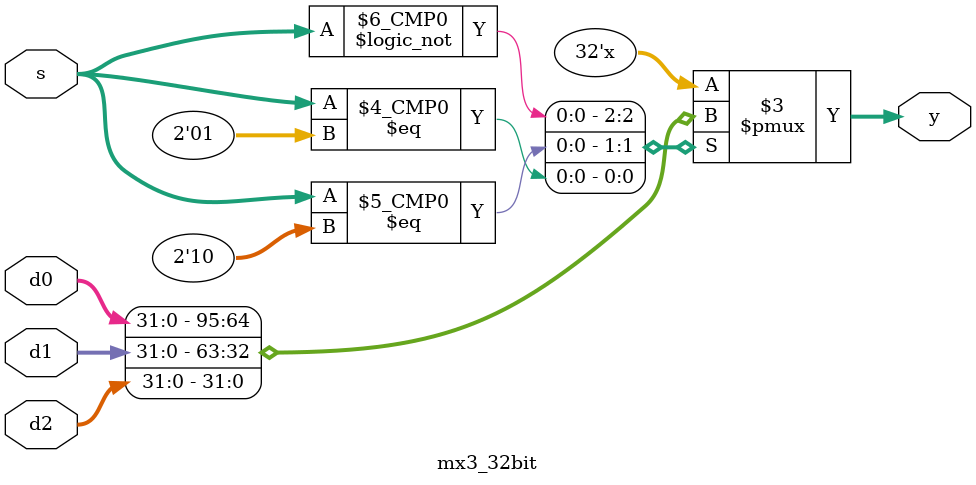
<source format=v>
module mx2(d0, d1, s, y); //2 input mux
   input d0, d1;
   input s;
   output y;
   
   assign y = (s==1'b0) ? d0 : d1; //if s = 0 -> y= d0, s = 1 -> y = d1
endmodule

module mx2_32bit(d0, d1, s, y); //2 input 32 bits mux
	input [31:0] d0, d1;
	input s;
	output [31:0] y;
	
	assign y = (s==1'b0) ? d0 : d1; //if s = 0 -> y= d0, s = 1 -> y = d1
endmodule 

module mx2_8bit(d0, d1, s, y); //2 input 8 bits mux
	input [7:0] d0, d1;
	input s;
	output [7:0] y;
	
	assign y = (s==1'b0) ? d0 : d1; //if s = 0 -> y= d0, s = 1 -> y = d1
endmodule 

module mx3_32bit(d0, d1, d2, s, y); //3 input 32 bits mux
	input [31:0] d0, d1, d2;
	input [1:0] s;
	output reg [31:0] y;
	
	always@(d0, d1, d2, s)
	begin
	case({s[1], s[0]})
		2'b00	: y = d0;
		2'b10 : y = d1;
		2'b01 : y = d2;
		default : y = 32'bx;
	endcase
	end
endmodule 
</source>
